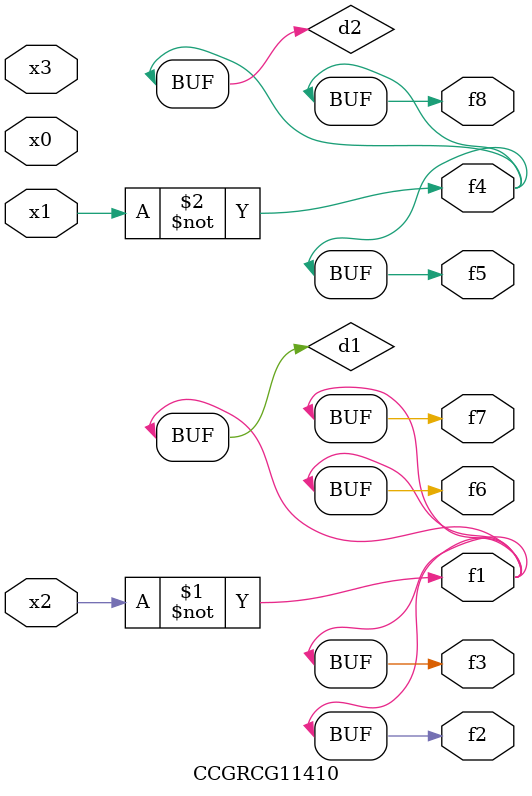
<source format=v>
module CCGRCG11410(
	input x0, x1, x2, x3,
	output f1, f2, f3, f4, f5, f6, f7, f8
);

	wire d1, d2;

	xnor (d1, x2);
	not (d2, x1);
	assign f1 = d1;
	assign f2 = d1;
	assign f3 = d1;
	assign f4 = d2;
	assign f5 = d2;
	assign f6 = d1;
	assign f7 = d1;
	assign f8 = d2;
endmodule

</source>
